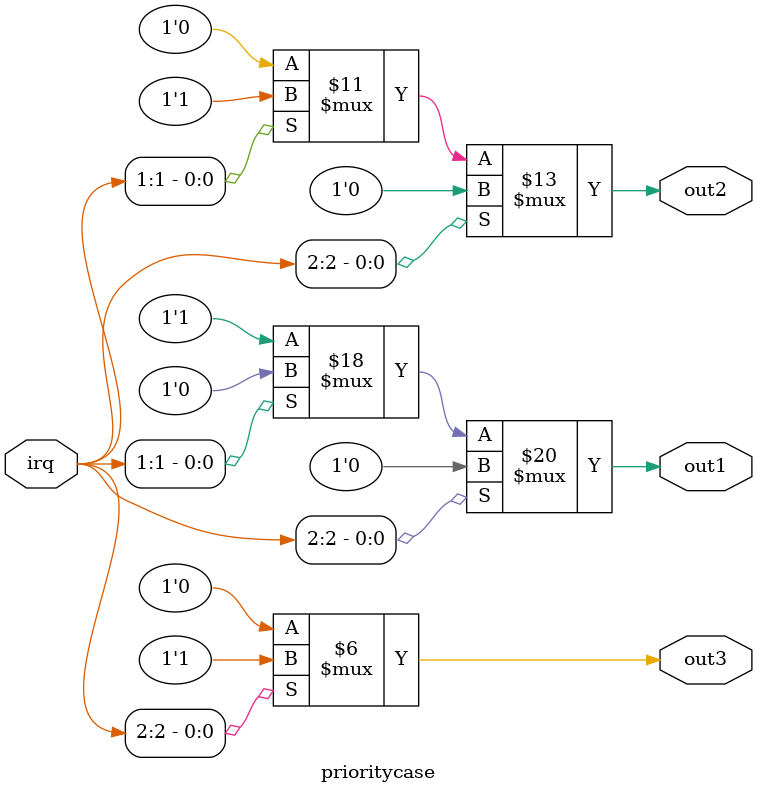
<source format=sv>
module freq_divider();
endmodule

// case(sel)
// casex(sel) ignores any undefined x or floating bit z
// casez(sel) ignors any bit that is z (we can us e a z or ? to indicate we don't care)
// casez(sel)
//	3'b10?:statementl; // matches either 100 or 101

// unique and priority case
// unique - all items mutually exclusive and unique, if not error
// useful for one hot coding irq cannot match more than one case
module uniquecasez(input [2:0] irq, output logic out1, out2, out3);
always_comb begin
	out1 = 1'b0;
	out2 = 1'b0;
	out3 = 1'b0;
	unique casez (irq)
		3'b1?? : out3 = 1'b1;
		3'b?1? : out2 = 1'b1;
		1'b??1 : out1 = 1'b1;	
	endcase
end
endmodule

// priority
// evaluates all of the cases in order so 100, 110, 101 would trigger out3; think as chained if statement
module prioritycase(input [2:0] irq, output logic out1, out2, out3);
always_comb begin
	out1 = 1'b0;
	out2 = 1'b0;
	out3 = 1'b0;
	priority casez (irq)
		3'b1?? : out3 = 1'b1;
		3'b?1? : out2 = 1'b1;
		3'b??1 : out1 = 1'b1;
		3'b??? : out1 = 1'b1;	
	endcase
end
endmodule

// generate

</source>
